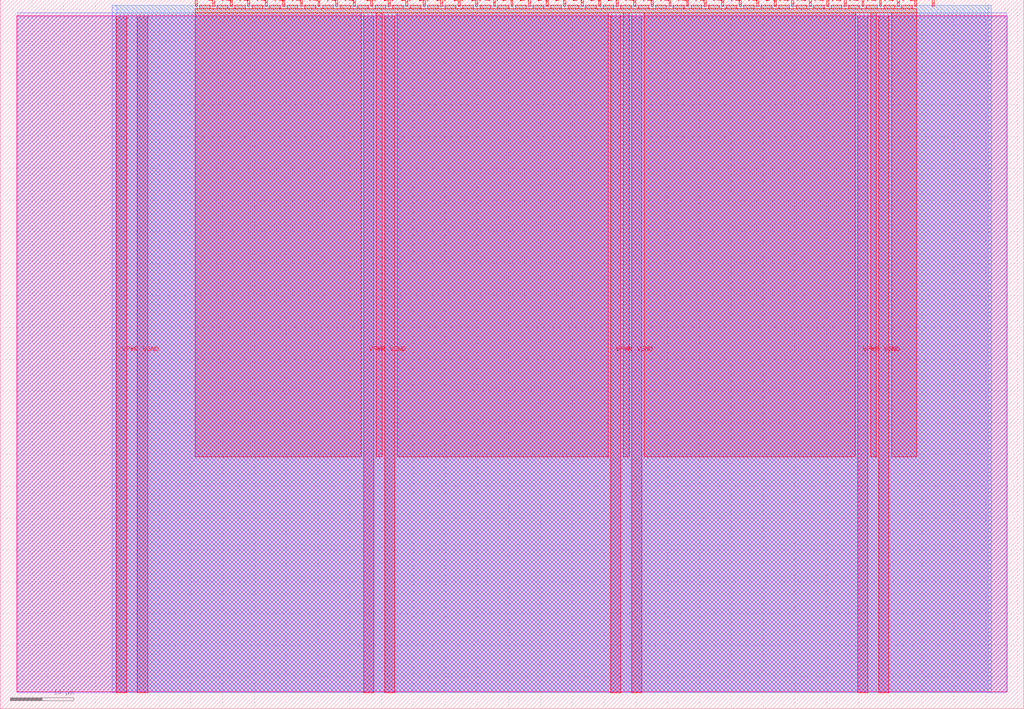
<source format=lef>
VERSION 5.7 ;
  NOWIREEXTENSIONATPIN ON ;
  DIVIDERCHAR "/" ;
  BUSBITCHARS "[]" ;
MACRO tt_um_KoushikCSN_RISCV
  CLASS BLOCK ;
  FOREIGN tt_um_KoushikCSN_RISCV ;
  ORIGIN 0.000 0.000 ;
  SIZE 161.000 BY 111.520 ;
  PIN VGND
    DIRECTION INOUT ;
    USE GROUND ;
    PORT
      LAYER met4 ;
        RECT 21.580 2.480 23.180 109.040 ;
    END
    PORT
      LAYER met4 ;
        RECT 60.450 2.480 62.050 109.040 ;
    END
    PORT
      LAYER met4 ;
        RECT 99.320 2.480 100.920 109.040 ;
    END
    PORT
      LAYER met4 ;
        RECT 138.190 2.480 139.790 109.040 ;
    END
  END VGND
  PIN VPWR
    DIRECTION INOUT ;
    USE POWER ;
    PORT
      LAYER met4 ;
        RECT 18.280 2.480 19.880 109.040 ;
    END
    PORT
      LAYER met4 ;
        RECT 57.150 2.480 58.750 109.040 ;
    END
    PORT
      LAYER met4 ;
        RECT 96.020 2.480 97.620 109.040 ;
    END
    PORT
      LAYER met4 ;
        RECT 134.890 2.480 136.490 109.040 ;
    END
  END VPWR
  PIN clk
    DIRECTION INPUT ;
    USE SIGNAL ;
    ANTENNAGATEAREA 0.852000 ;
    PORT
      LAYER met4 ;
        RECT 143.830 110.520 144.130 111.520 ;
    END
  END clk
  PIN ena
    DIRECTION INPUT ;
    USE SIGNAL ;
    PORT
      LAYER met4 ;
        RECT 146.590 110.520 146.890 111.520 ;
    END
  END ena
  PIN rst_n
    DIRECTION INPUT ;
    USE SIGNAL ;
    ANTENNAGATEAREA 0.196500 ;
    PORT
      LAYER met4 ;
        RECT 141.070 110.520 141.370 111.520 ;
    END
  END rst_n
  PIN ui_in[0]
    DIRECTION INPUT ;
    USE SIGNAL ;
    ANTENNAGATEAREA 0.213000 ;
    PORT
      LAYER met4 ;
        RECT 138.310 110.520 138.610 111.520 ;
    END
  END ui_in[0]
  PIN ui_in[1]
    DIRECTION INPUT ;
    USE SIGNAL ;
    ANTENNAGATEAREA 0.213000 ;
    PORT
      LAYER met4 ;
        RECT 135.550 110.520 135.850 111.520 ;
    END
  END ui_in[1]
  PIN ui_in[2]
    DIRECTION INPUT ;
    USE SIGNAL ;
    ANTENNAGATEAREA 0.213000 ;
    PORT
      LAYER met4 ;
        RECT 132.790 110.520 133.090 111.520 ;
    END
  END ui_in[2]
  PIN ui_in[3]
    DIRECTION INPUT ;
    USE SIGNAL ;
    ANTENNAGATEAREA 0.213000 ;
    PORT
      LAYER met4 ;
        RECT 130.030 110.520 130.330 111.520 ;
    END
  END ui_in[3]
  PIN ui_in[4]
    DIRECTION INPUT ;
    USE SIGNAL ;
    ANTENNAGATEAREA 0.126000 ;
    PORT
      LAYER met4 ;
        RECT 127.270 110.520 127.570 111.520 ;
    END
  END ui_in[4]
  PIN ui_in[5]
    DIRECTION INPUT ;
    USE SIGNAL ;
    ANTENNAGATEAREA 0.213000 ;
    PORT
      LAYER met4 ;
        RECT 124.510 110.520 124.810 111.520 ;
    END
  END ui_in[5]
  PIN ui_in[6]
    DIRECTION INPUT ;
    USE SIGNAL ;
    ANTENNAGATEAREA 0.213000 ;
    PORT
      LAYER met4 ;
        RECT 121.750 110.520 122.050 111.520 ;
    END
  END ui_in[6]
  PIN ui_in[7]
    DIRECTION INPUT ;
    USE SIGNAL ;
    ANTENNAGATEAREA 0.196500 ;
    PORT
      LAYER met4 ;
        RECT 118.990 110.520 119.290 111.520 ;
    END
  END ui_in[7]
  PIN uio_in[0]
    DIRECTION INPUT ;
    USE SIGNAL ;
    ANTENNAGATEAREA 0.196500 ;
    PORT
      LAYER met4 ;
        RECT 116.230 110.520 116.530 111.520 ;
    END
  END uio_in[0]
  PIN uio_in[1]
    DIRECTION INPUT ;
    USE SIGNAL ;
    ANTENNAGATEAREA 0.196500 ;
    PORT
      LAYER met4 ;
        RECT 113.470 110.520 113.770 111.520 ;
    END
  END uio_in[1]
  PIN uio_in[2]
    DIRECTION INPUT ;
    USE SIGNAL ;
    ANTENNAGATEAREA 0.196500 ;
    PORT
      LAYER met4 ;
        RECT 110.710 110.520 111.010 111.520 ;
    END
  END uio_in[2]
  PIN uio_in[3]
    DIRECTION INPUT ;
    USE SIGNAL ;
    ANTENNAGATEAREA 0.126000 ;
    PORT
      LAYER met4 ;
        RECT 107.950 110.520 108.250 111.520 ;
    END
  END uio_in[3]
  PIN uio_in[4]
    DIRECTION INPUT ;
    USE SIGNAL ;
    ANTENNAGATEAREA 0.126000 ;
    PORT
      LAYER met4 ;
        RECT 105.190 110.520 105.490 111.520 ;
    END
  END uio_in[4]
  PIN uio_in[5]
    DIRECTION INPUT ;
    USE SIGNAL ;
    ANTENNAGATEAREA 0.196500 ;
    PORT
      LAYER met4 ;
        RECT 102.430 110.520 102.730 111.520 ;
    END
  END uio_in[5]
  PIN uio_in[6]
    DIRECTION INPUT ;
    USE SIGNAL ;
    ANTENNAGATEAREA 0.159000 ;
    PORT
      LAYER met4 ;
        RECT 99.670 110.520 99.970 111.520 ;
    END
  END uio_in[6]
  PIN uio_in[7]
    DIRECTION INPUT ;
    USE SIGNAL ;
    ANTENNAGATEAREA 0.159000 ;
    PORT
      LAYER met4 ;
        RECT 96.910 110.520 97.210 111.520 ;
    END
  END uio_in[7]
  PIN uio_oe[0]
    DIRECTION OUTPUT ;
    USE SIGNAL ;
    PORT
      LAYER met4 ;
        RECT 49.990 110.520 50.290 111.520 ;
    END
  END uio_oe[0]
  PIN uio_oe[1]
    DIRECTION OUTPUT ;
    USE SIGNAL ;
    PORT
      LAYER met4 ;
        RECT 47.230 110.520 47.530 111.520 ;
    END
  END uio_oe[1]
  PIN uio_oe[2]
    DIRECTION OUTPUT ;
    USE SIGNAL ;
    PORT
      LAYER met4 ;
        RECT 44.470 110.520 44.770 111.520 ;
    END
  END uio_oe[2]
  PIN uio_oe[3]
    DIRECTION OUTPUT ;
    USE SIGNAL ;
    PORT
      LAYER met4 ;
        RECT 41.710 110.520 42.010 111.520 ;
    END
  END uio_oe[3]
  PIN uio_oe[4]
    DIRECTION OUTPUT ;
    USE SIGNAL ;
    PORT
      LAYER met4 ;
        RECT 38.950 110.520 39.250 111.520 ;
    END
  END uio_oe[4]
  PIN uio_oe[5]
    DIRECTION OUTPUT ;
    USE SIGNAL ;
    PORT
      LAYER met4 ;
        RECT 36.190 110.520 36.490 111.520 ;
    END
  END uio_oe[5]
  PIN uio_oe[6]
    DIRECTION OUTPUT ;
    USE SIGNAL ;
    PORT
      LAYER met4 ;
        RECT 33.430 110.520 33.730 111.520 ;
    END
  END uio_oe[6]
  PIN uio_oe[7]
    DIRECTION OUTPUT ;
    USE SIGNAL ;
    PORT
      LAYER met4 ;
        RECT 30.670 110.520 30.970 111.520 ;
    END
  END uio_oe[7]
  PIN uio_out[0]
    DIRECTION OUTPUT ;
    USE SIGNAL ;
    PORT
      LAYER met4 ;
        RECT 72.070 110.520 72.370 111.520 ;
    END
  END uio_out[0]
  PIN uio_out[1]
    DIRECTION OUTPUT ;
    USE SIGNAL ;
    PORT
      LAYER met4 ;
        RECT 69.310 110.520 69.610 111.520 ;
    END
  END uio_out[1]
  PIN uio_out[2]
    DIRECTION OUTPUT ;
    USE SIGNAL ;
    PORT
      LAYER met4 ;
        RECT 66.550 110.520 66.850 111.520 ;
    END
  END uio_out[2]
  PIN uio_out[3]
    DIRECTION OUTPUT ;
    USE SIGNAL ;
    PORT
      LAYER met4 ;
        RECT 63.790 110.520 64.090 111.520 ;
    END
  END uio_out[3]
  PIN uio_out[4]
    DIRECTION OUTPUT ;
    USE SIGNAL ;
    PORT
      LAYER met4 ;
        RECT 61.030 110.520 61.330 111.520 ;
    END
  END uio_out[4]
  PIN uio_out[5]
    DIRECTION OUTPUT ;
    USE SIGNAL ;
    PORT
      LAYER met4 ;
        RECT 58.270 110.520 58.570 111.520 ;
    END
  END uio_out[5]
  PIN uio_out[6]
    DIRECTION OUTPUT ;
    USE SIGNAL ;
    PORT
      LAYER met4 ;
        RECT 55.510 110.520 55.810 111.520 ;
    END
  END uio_out[6]
  PIN uio_out[7]
    DIRECTION OUTPUT ;
    USE SIGNAL ;
    PORT
      LAYER met4 ;
        RECT 52.750 110.520 53.050 111.520 ;
    END
  END uio_out[7]
  PIN uo_out[0]
    DIRECTION OUTPUT ;
    USE SIGNAL ;
    ANTENNADIFFAREA 0.891000 ;
    PORT
      LAYER met4 ;
        RECT 94.150 110.520 94.450 111.520 ;
    END
  END uo_out[0]
  PIN uo_out[1]
    DIRECTION OUTPUT ;
    USE SIGNAL ;
    ANTENNADIFFAREA 1.242000 ;
    PORT
      LAYER met4 ;
        RECT 91.390 110.520 91.690 111.520 ;
    END
  END uo_out[1]
  PIN uo_out[2]
    DIRECTION OUTPUT ;
    USE SIGNAL ;
    ANTENNADIFFAREA 0.445500 ;
    PORT
      LAYER met4 ;
        RECT 88.630 110.520 88.930 111.520 ;
    END
  END uo_out[2]
  PIN uo_out[3]
    DIRECTION OUTPUT ;
    USE SIGNAL ;
    ANTENNADIFFAREA 1.242000 ;
    PORT
      LAYER met4 ;
        RECT 85.870 110.520 86.170 111.520 ;
    END
  END uo_out[3]
  PIN uo_out[4]
    DIRECTION OUTPUT ;
    USE SIGNAL ;
    ANTENNADIFFAREA 1.242000 ;
    PORT
      LAYER met4 ;
        RECT 83.110 110.520 83.410 111.520 ;
    END
  END uo_out[4]
  PIN uo_out[5]
    DIRECTION OUTPUT ;
    USE SIGNAL ;
    ANTENNADIFFAREA 1.242000 ;
    PORT
      LAYER met4 ;
        RECT 80.350 110.520 80.650 111.520 ;
    END
  END uo_out[5]
  PIN uo_out[6]
    DIRECTION OUTPUT ;
    USE SIGNAL ;
    ANTENNADIFFAREA 1.242000 ;
    PORT
      LAYER met4 ;
        RECT 77.590 110.520 77.890 111.520 ;
    END
  END uo_out[6]
  PIN uo_out[7]
    DIRECTION OUTPUT ;
    USE SIGNAL ;
    ANTENNADIFFAREA 1.242000 ;
    PORT
      LAYER met4 ;
        RECT 74.830 110.520 75.130 111.520 ;
    END
  END uo_out[7]
  OBS
      LAYER nwell ;
        RECT 2.570 2.635 158.430 108.990 ;
      LAYER li1 ;
        RECT 2.760 2.635 158.240 108.885 ;
      LAYER met1 ;
        RECT 2.760 2.480 158.240 109.440 ;
      LAYER met2 ;
        RECT 17.580 2.535 155.840 110.685 ;
      LAYER met3 ;
        RECT 18.290 2.555 155.415 110.665 ;
      LAYER met4 ;
        RECT 31.370 110.120 33.030 110.665 ;
        RECT 34.130 110.120 35.790 110.665 ;
        RECT 36.890 110.120 38.550 110.665 ;
        RECT 39.650 110.120 41.310 110.665 ;
        RECT 42.410 110.120 44.070 110.665 ;
        RECT 45.170 110.120 46.830 110.665 ;
        RECT 47.930 110.120 49.590 110.665 ;
        RECT 50.690 110.120 52.350 110.665 ;
        RECT 53.450 110.120 55.110 110.665 ;
        RECT 56.210 110.120 57.870 110.665 ;
        RECT 58.970 110.120 60.630 110.665 ;
        RECT 61.730 110.120 63.390 110.665 ;
        RECT 64.490 110.120 66.150 110.665 ;
        RECT 67.250 110.120 68.910 110.665 ;
        RECT 70.010 110.120 71.670 110.665 ;
        RECT 72.770 110.120 74.430 110.665 ;
        RECT 75.530 110.120 77.190 110.665 ;
        RECT 78.290 110.120 79.950 110.665 ;
        RECT 81.050 110.120 82.710 110.665 ;
        RECT 83.810 110.120 85.470 110.665 ;
        RECT 86.570 110.120 88.230 110.665 ;
        RECT 89.330 110.120 90.990 110.665 ;
        RECT 92.090 110.120 93.750 110.665 ;
        RECT 94.850 110.120 96.510 110.665 ;
        RECT 97.610 110.120 99.270 110.665 ;
        RECT 100.370 110.120 102.030 110.665 ;
        RECT 103.130 110.120 104.790 110.665 ;
        RECT 105.890 110.120 107.550 110.665 ;
        RECT 108.650 110.120 110.310 110.665 ;
        RECT 111.410 110.120 113.070 110.665 ;
        RECT 114.170 110.120 115.830 110.665 ;
        RECT 116.930 110.120 118.590 110.665 ;
        RECT 119.690 110.120 121.350 110.665 ;
        RECT 122.450 110.120 124.110 110.665 ;
        RECT 125.210 110.120 126.870 110.665 ;
        RECT 127.970 110.120 129.630 110.665 ;
        RECT 130.730 110.120 132.390 110.665 ;
        RECT 133.490 110.120 135.150 110.665 ;
        RECT 136.250 110.120 137.910 110.665 ;
        RECT 139.010 110.120 140.670 110.665 ;
        RECT 141.770 110.120 143.430 110.665 ;
        RECT 30.655 109.440 144.145 110.120 ;
        RECT 30.655 39.615 56.750 109.440 ;
        RECT 59.150 39.615 60.050 109.440 ;
        RECT 62.450 39.615 95.620 109.440 ;
        RECT 98.020 39.615 98.920 109.440 ;
        RECT 101.320 39.615 134.490 109.440 ;
        RECT 136.890 39.615 137.790 109.440 ;
        RECT 140.190 39.615 144.145 109.440 ;
  END
END tt_um_KoushikCSN_RISCV
END LIBRARY


</source>
